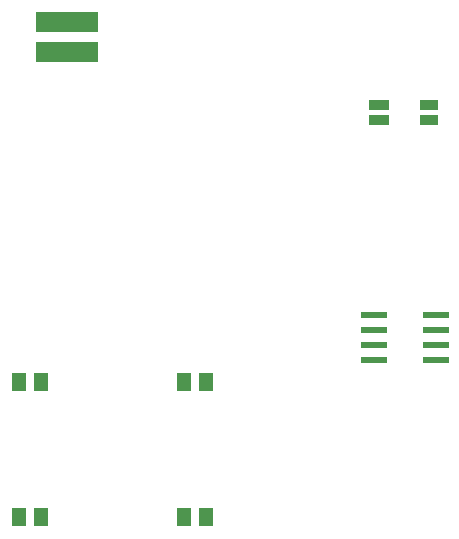
<source format=gbr>
G04 EAGLE Gerber RS-274X export*
G75*
%MOMM*%
%FSLAX34Y34*%
%LPD*%
%INSolderpaste Top*%
%IPPOS*%
%AMOC8*
5,1,8,0,0,1.08239X$1,22.5*%
G01*
%ADD10R,1.300000X1.500000*%
%ADD11R,2.200000X0.600000*%
%ADD12R,1.630000X0.900000*%
%ADD13R,1.730000X0.900000*%
%ADD14R,5.334000X1.651000*%


D10*
X142900Y292100D03*
X161900Y292100D03*
X282600Y292100D03*
X301600Y292100D03*
D11*
X443900Y450850D03*
X495900Y450850D03*
X443900Y463550D03*
X443900Y438150D03*
X443900Y425450D03*
X495900Y463550D03*
X495900Y438150D03*
X495900Y425450D03*
D12*
X490000Y641450D03*
X490000Y628500D03*
D13*
X447950Y628500D03*
X447950Y641500D03*
D10*
X282600Y406400D03*
X301600Y406400D03*
X142900Y406400D03*
X161900Y406400D03*
D14*
X184150Y685800D03*
X184150Y711200D03*
M02*

</source>
